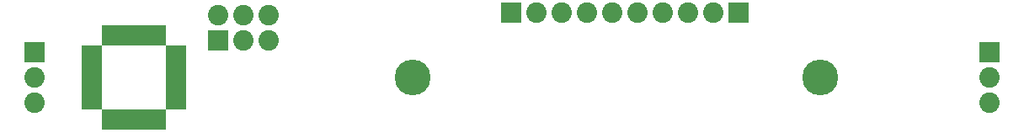
<source format=gbs>
G04 #@! TF.FileFunction,Soldermask,Bot*
%FSLAX46Y46*%
G04 Gerber Fmt 4.6, Leading zero omitted, Abs format (unit mm)*
G04 Created by KiCad (PCBNEW 4.0.7-e2-6376~58~ubuntu16.04.1) date Thu Sep 14 12:30:46 2017*
%MOMM*%
%LPD*%
G01*
G04 APERTURE LIST*
%ADD10C,0.100000*%
%ADD11R,2.000000X0.950000*%
%ADD12R,0.950000X2.000000*%
%ADD13R,2.051000X2.051000*%
%ADD14C,2.051000*%
%ADD15C,3.600000*%
G04 APERTURE END LIST*
D10*
D11*
X57750000Y-145800000D03*
X57750000Y-145000000D03*
X57750000Y-144200000D03*
X57750000Y-143400000D03*
X57750000Y-142600000D03*
X57750000Y-141800000D03*
X57750000Y-141000000D03*
X57750000Y-140200000D03*
D12*
X59200000Y-138750000D03*
X60000000Y-138750000D03*
X60800000Y-138750000D03*
X61600000Y-138750000D03*
X62400000Y-138750000D03*
X63200000Y-138750000D03*
X64000000Y-138750000D03*
X64800000Y-138750000D03*
D11*
X66250000Y-140200000D03*
X66250000Y-141000000D03*
X66250000Y-141800000D03*
X66250000Y-142600000D03*
X66250000Y-143400000D03*
X66250000Y-144200000D03*
X66250000Y-145000000D03*
X66250000Y-145800000D03*
D12*
X64800000Y-147250000D03*
X64000000Y-147250000D03*
X63200000Y-147250000D03*
X62400000Y-147250000D03*
X61600000Y-147250000D03*
X60800000Y-147250000D03*
X60000000Y-147250000D03*
X59200000Y-147250000D03*
D13*
X52000000Y-140460000D03*
D14*
X52000000Y-143000000D03*
X52000000Y-145540000D03*
D13*
X148000000Y-140460000D03*
D14*
X148000000Y-143000000D03*
X148000000Y-145540000D03*
D13*
X70460000Y-139270000D03*
D14*
X73000000Y-139270000D03*
X75540000Y-139270000D03*
X75540000Y-136730000D03*
X73000000Y-136730000D03*
X70460000Y-136730000D03*
D13*
X99920000Y-136500000D03*
D14*
X102460000Y-136500000D03*
X105000000Y-136500000D03*
X107540000Y-136500000D03*
X110080000Y-136500000D03*
X112620000Y-136500000D03*
X115160000Y-136500000D03*
X117700000Y-136500000D03*
D15*
X90000000Y-143000000D03*
X131000000Y-143000000D03*
D13*
X122770000Y-136500000D03*
D14*
X120230000Y-136500000D03*
M02*

</source>
